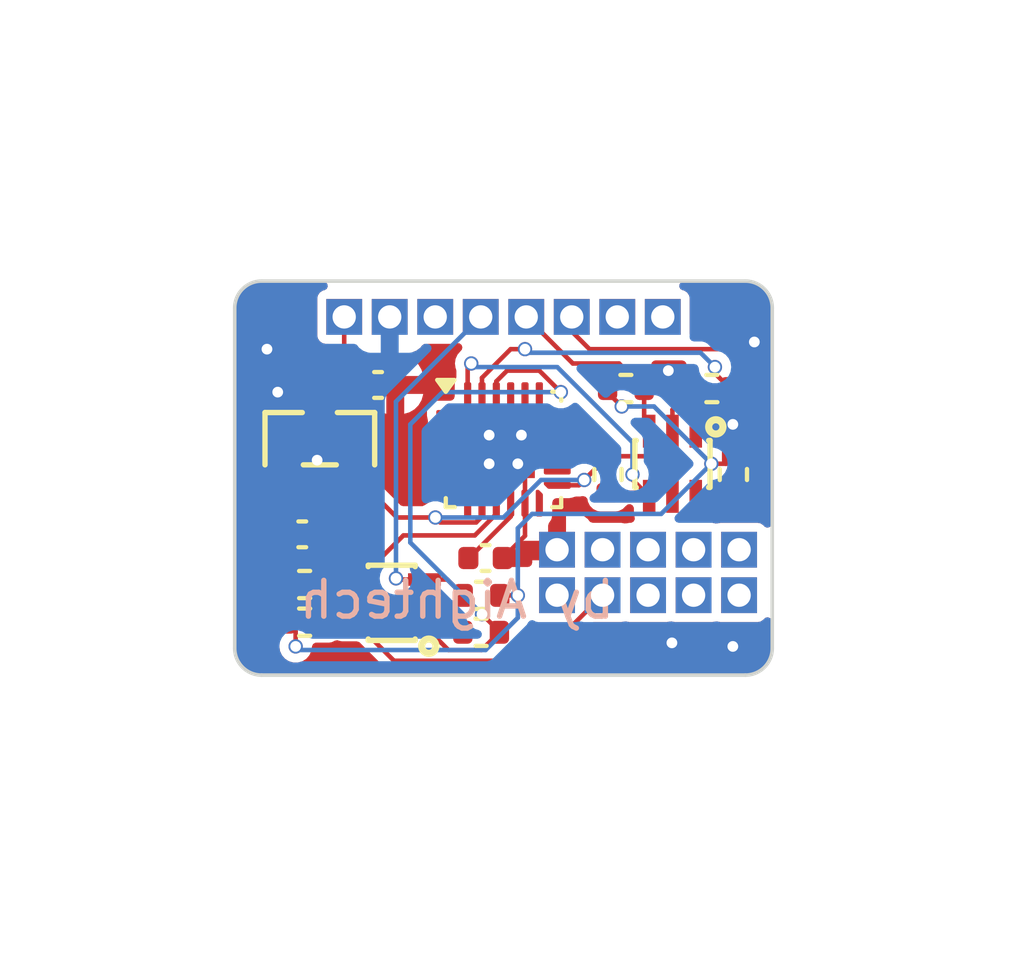
<source format=kicad_pcb>
(kicad_pcb (version 20240108) (generator "pcbnew") (generator_version "8.0")
  (title_block (title "EMG ADS1293") (date "2024-03-30") (rev "1.0") (company "Aightech"))
  (layers (0 "F.Cu" signal "Front") (1 "In1.Cu" signal) (2 "In2.Cu" signal) (31 "B.Cu" signal "Back") (34 "B.Paste" user) (35 "F.Paste" user) (36 "B.SilkS" user "B.Silkscreen") (37 "F.SilkS" user "F.Silkscreen") (38 "B.Mask" user) (39 "F.Mask" user) (44 "Edge.Cuts" user))
  (net 0 "")
  (net 1 "GND")
  (net 2 "+3.3V")
  (net 3 "/extRef")
  (net 5 "/MISO")
  (net 6 "/MOSI")
  (net 7 "/SCLK")
  (net 8 "/CSB")
  (net 9 "/1.8V")
  (net 10 "/SCK_1.8V")
  (net 11 "/MOSI_1.8V")
  (net 12 "/MISO_1.8V")
  (net 15 "Net-(U4-REGOUT)")
  (net 16 "/CS_1.8V")
  (net 29 "/IO1_out")
  (net 30 "/SWDIO{slash}MISO_ARM")
  (net 31 "/MOSI_ARM")
  (net 32 "/SCLK_ARM")
  (net 33 "/SPICS_ARM")
  (net 34 "/i2C_SCL")
  (net 35 "/I2C_SDA")
  (net 36 "/AIN0")
  (footprint "Resistor_SMD:R_0402_1005Metric" (layer "F.Cu") (at 29.375911 38.80451)
    (property "Reference" "R7" (hide yes))
    (property "Value" "4.7k" (hide yes))
    (fp_line (start -0.153641 -0.38) (end 0.153641 -0.38) (stroke (width 0.12)) (layer "F.SilkS"))
    (fp_line (start -0.153641 0.38) (end 0.153641 0.38) (stroke (width 0.12)) (layer "F.SilkS"))
    (pad "1" smd roundrect (at -0.509999 0) (size 0.54 0.64) (layers "F.Cu" "F.Paste" "F.Mask") (net 9 "/1.8V"))
    (pad "2" smd roundrect (at 0.509999 0) (size 0.54 0.64) (layers "F.Cu" "F.Paste" "F.Mask") (net 16 "/CS_1.8V"))
  )
  (footprint "Resistor_SMD:R_0402_1005Metric" (layer "F.Cu") (at 29.385911 37.77451 180)
    (property "Reference" "R5" (hide yes))
    (property "Value" "4.7k" (hide yes))
    (fp_line (start -0.153641 0.38) (end 0.153641 0.38) (stroke (width 0.12)) (layer "F.SilkS"))
    (fp_line (start -0.153641 -0.38) (end 0.153641 -0.38) (stroke (width 0.12)) (layer "F.SilkS"))
    (pad "1" smd roundrect (at -0.509999 0 180) (size 0.54 0.64) (layers "F.Cu" "F.Paste" "F.Mask") (net 2 "+3.3V"))
    (pad "2" smd roundrect (at 0.509999 0 180) (size 0.54 0.64) (layers "F.Cu" "F.Paste" "F.Mask") (net 5 "/MISO"))
  )
  (footprint "00_custom-footprints:PinHeader_1x01_P1.27mm_Vertical" (layer "F.Cu") (at 34.445 30)
    (property "Reference" "J8" (hide yes))
    (property "Value" "Conn_01x01_Pin" (hide yes))
    (pad "1" thru_hole rect (at 0 0) (size 1 1) (drill 0.65) (layers "*.Cu" "*.Mask") (net 3 "/extRef"))
  )
  (footprint "Resistor_SMD:R_0402_1005Metric" (layer "F.Cu") (at 33.415 32)
    (property "Reference" "R1" (hide yes))
    (property "Value" "4.7k" (hide yes))
    (fp_line (start -0.153641 -0.38) (end 0.153641 -0.38) (stroke (width 0.12)) (layer "F.SilkS"))
    (fp_line (start -0.153641 0.38) (end 0.153641 0.38) (stroke (width 0.12)) (layer "F.SilkS"))
    (pad "1" smd roundrect (at -0.509999 0) (size 0.54 0.64) (layers "F.Cu" "F.Paste" "F.Mask") (net 2 "+3.3V"))
    (pad "2" smd roundrect (at 0.509999 0) (size 0.54 0.64) (layers "F.Cu" "F.Paste" "F.Mask") (net 6 "/MOSI"))
  )
  (footprint "Resistor_SMD:R_0402_1005Metric" (layer "F.Cu") (at 35.815 32)
    (property "Reference" "R3" (hide yes))
    (property "Value" "4.7k" (hide yes))
    (fp_line (start -0.153641 -0.38) (end 0.153641 -0.38) (stroke (width 0.12)) (layer "F.SilkS"))
    (fp_line (start -0.153641 0.38) (end 0.153641 0.38) (stroke (width 0.12)) (layer "F.SilkS"))
    (pad "1" smd roundrect (at -0.509999 0) (size 0.54 0.64) (layers "F.Cu" "F.Paste" "F.Mask") (net 9 "/1.8V"))
    (pad "2" smd roundrect (at 0.509999 0) (size 0.54 0.64) (layers "F.Cu" "F.Paste" "F.Mask") (net 10 "/SCK_1.8V"))
  )
  (footprint "Resistor_SMD:R_0402_1005Metric" (layer "F.Cu") (at 24.450784 38.522502)
    (property "Reference" "R8" (hide yes))
    (property "Value" "4.7k" (hide yes))
    (fp_line (start -0.153641 -0.38) (end 0.153641 -0.38) (stroke (width 0.12)) (layer "F.SilkS"))
    (fp_line (start -0.153641 0.38) (end 0.153641 0.38) (stroke (width 0.12)) (layer "F.SilkS"))
    (pad "1" smd roundrect (at -0.509999 0) (size 0.54 0.64) (layers "F.Cu" "F.Paste" "F.Mask") (net 2 "+3.3V"))
    (pad "2" smd roundrect (at 0.509999 0) (size 0.54 0.64) (layers "F.Cu" "F.Paste" "F.Mask") (net 8 "/CSB"))
  )
  (footprint "00_custom-footprints:PinHeader_1x01_P1.27mm_Vertical" (layer "F.Cu") (at 30.635 30)
    (property "Reference" "J5" (hide yes))
    (property "Value" "Conn_01x01_Pin" (hide yes))
    (pad "1" thru_hole rect (at 0 0) (size 1 1) (drill 0.65) (layers "*.Cu" "*.Mask") (net 6 "/MOSI"))
  )
  (footprint "00_custom-footprints:PinHeader_1x01_P1.27mm_Vertical" (layer "F.Cu") (at 31.495 37.77)
    (property "Reference" "J16" (hide yes))
    (property "Value" "Conn_01x01_Pin" (hide yes))
    (pad "1" thru_hole rect (at 0 0) (size 1 1) (drill 0.65) (layers "*.Cu" "*.Mask") (net 36 "/AIN0"))
  )
  (footprint "00_custom-footprints:PinHeader_1x01_P1.27mm_Vertical" (layer "F.Cu") (at 25.555 30)
    (property "Reference" "J1" (hide yes))
    (property "Value" "Conn_01x01_Pin" (hide yes))
    (pad "1" thru_hole rect (at 0 0) (size 1 1) (drill 0.65) (layers "*.Cu" "*.Mask") (net 2 "+3.3V"))
  )
  (footprint "00_custom-footprints:PinHeader_1x01_P1.27mm_Vertical" (layer "F.Cu") (at 31.495 36.5)
    (property "Reference" "J18" (hide yes))
    (property "Value" "Conn_01x01_Pin" (hide yes))
    (pad "1" thru_hole rect (at 0 0) (size 1 1) (drill 0.65) (layers "*.Cu" "*.Mask") (net 1 "GND"))
  )
  (footprint "00_custom-footprints:PinHeader_1x01_P1.27mm_Vertical" (layer "F.Cu") (at 36.575 36.5 180)
    (property "Reference" "J9" (hide yes))
    (property "Value" "Conn_01x01_Pin" (hide yes))
    (pad "1" thru_hole rect (at 0 0 180) (size 1 1) (drill 0.65) (layers "*.Cu" "*.Mask") (net 29 "/IO1_out"))
  )
  (footprint "00_custom-footprints:PinHeader_1x01_P1.27mm_Vertical" (layer "F.Cu") (at 26.825 30)
    (property "Reference" "J2" (hide yes))
    (property "Value" "Conn_01x01_Pin" (hide yes))
    (pad "1" thru_hole rect (at 0 0) (size 1 1) (drill 0.65) (layers "*.Cu" "*.Mask") (net 1 "GND"))
  )
  (footprint "00_custom-footprints:PinHeader_1x01_P1.27mm_Vertical" (layer "F.Cu") (at 33.175 30 180)
    (property "Reference" "J7" (hide yes))
    (property "Value" "Conn_01x01_Pin" (hide yes))
    (pad "1" thru_hole rect (at 0 0 180) (size 1 1) (drill 0.65) (layers "*.Cu" "*.Mask"))
  )
  (footprint "Capacitor_SMD:C_0402_1005Metric" (layer "F.Cu") (at 26.5 31.9)
    (property "Reference" "C1" (hide yes))
    (property "Value" "1uF" (hide yes))
    (fp_line (start -0.107836 -0.36) (end 0.107836 -0.36) (stroke (width 0.12)) (layer "F.SilkS"))
    (fp_line (start -0.107836 0.36) (end 0.107836 0.36) (stroke (width 0.12)) (layer "F.SilkS"))
    (pad "1" smd roundrect (at -0.48 0) (size 0.56 0.62) (layers "F.Cu" "F.Paste" "F.Mask") (net 2 "+3.3V"))
    (pad "2" smd roundrect (at 0.48 0) (size 0.56 0.62) (layers "F.Cu" "F.Paste" "F.Mask") (net 1 "GND"))
  )
  (footprint "00_lcsc:SOT-363_L2.1-W1.3-P0.65-LS2.3-BL" (layer "F.Cu") (at 26.885784 37.982501 90)
    (property "Reference" "U5" (hide yes))
    (property "Value" "BSS138BKS" (hide yes))
    (fp_line (start 1.050001 -0.66) (end 1.01 -0.66) (stroke (width 0.15)) (layer "F.SilkS"))
    (fp_line (start -1.01 -0.66) (end -1.040001 -0.66) (stroke (width 0.15)) (layer "F.SilkS"))
    (fp_line (start -1.050001 -0.66) (end -1.050001 0.65) (stroke (width 0.15)) (layer "F.SilkS"))
    (fp_line (start 1.050001 0.65) (end 1.050001 -0.66) (stroke (width 0.15)) (layer "F.SilkS"))
    (fp_line (start 1.01 0.65) (end 1.050001 0.65) (stroke (width 0.15)) (layer "F.SilkS"))
    (fp_line (start -1.050001 0.65) (end -1.01 0.65) (stroke (width 0.15)) (layer "F.SilkS"))
    (fp_circle (center -1.21 1.03) (end -1.110001 1.03) (stroke (width 0.2)) (fill none) (layer "F.SilkS"))
    (pad "1" smd rect (at -0.65 0.91 90) (size 0.35 0.92) (layers "F.Cu" "F.Paste" "F.Mask") (net 16 "/CS_1.8V"))
    (pad "2" smd rect (at 0 0.91 90) (size 0.35 0.92) (layers "F.Cu" "F.Paste" "F.Mask") (net 9 "/1.8V"))
    (pad "3" smd rect (at 0.65 0.91 90) (size 0.35 0.92) (layers "F.Cu" "F.Paste" "F.Mask") (net 5 "/MISO"))
    (pad "4" smd rect (at 0.65 -0.91 90) (size 0.35 0.92) (layers "F.Cu" "F.Paste" "F.Mask") (net 12 "/MISO_1.8V"))
    (pad "5" smd rect (at 0 -0.91 90) (size 0.35 0.92) (layers "F.Cu" "F.Paste" "F.Mask") (net 9 "/1.8V"))
    (pad "6" smd rect (at -0.65 -0.91 90) (size 0.35 0.92) (layers "F.Cu" "F.Paste" "F.Mask") (net 8 "/CSB"))
  )
  (footprint "00_custom-footprints:PinHeader_1x01_P1.27mm_Vertical" (layer "F.Cu") (at 28.095 30)
    (property "Reference" "J3" (hide yes))
    (property "Value" "Conn_01x01_Pin" (hide yes))
    (pad "1" thru_hole rect (at 0 0) (size 1 1) (drill 0.65) (layers "*.Cu" "*.Mask"))
  )
  (footprint "00_custom-footprints:PinHeader_1x01_P1.27mm_Vertical" (layer "F.Cu") (at 36.575 37.77)
    (property "Reference" "J15" (hide yes))
    (property "Value" "Conn_01x01_Pin" (hide yes))
    (pad "1" thru_hole rect (at 0 0) (size 1 1) (drill 0.65) (layers "*.Cu" "*.Mask") (net 35 "/I2C_SDA"))
  )
  (footprint "00_lcsc:SOT-23-3_L2.9-W1.3-P1.90-LS2.4-BR" (layer "F.Cu") (at 24.875 33.4 -90)
    (property "Reference" "U1" (hide yes))
    (property "Value" "MCP1700T-1802E/TT" (hide yes))
    (fp_line (start -0.73 1.529999) (end -0.73 0.49) (stroke (width 0.15)) (layer "F.SilkS"))
    (fp_line (start 0.73 1.529999) (end -0.73 1.529999) (stroke (width 0.15)) (layer "F.SilkS"))
    (fp_line (start 0.73 -0.46) (end 0.73 0.46) (stroke (width 0.15)) (layer "F.SilkS"))
    (fp_line (start -0.73 -1.529999) (end -0.73 -0.49) (stroke (width 0.15)) (layer "F.SilkS"))
    (fp_line (start 0.73 -1.529999) (end -0.73 -1.529999) (stroke (width 0.15)) (layer "F.SilkS"))
    (pad "1" smd rect (at 1 0.95 270) (size 1.25 0.7) (layers "F.Cu" "F.Paste" "F.Mask") (net 1 "GND"))
    (pad "2" smd rect (at 1 -0.95 270) (size 1.25 0.7) (layers "F.Cu" "F.Paste" "F.Mask") (net 9 "/1.8V"))
    (pad "3" smd rect (at -1 0 270) (size 1.25 0.7) (layers "F.Cu" "F.Paste" "F.Mask") (net 2 "+3.3V"))
  )
  (footprint "Capacitor_SMD:C_0402_1005Metric" (layer "F.Cu") (at 29.5 36.73201)
    (property "Reference" "C5" (hide yes))
    (property "Value" "100nF" (hide yes))
    (fp_line (start -0.107836 -0.36) (end 0.107836 -0.36) (stroke (width 0.12)) (layer "F.SilkS"))
    (fp_line (start -0.107836 0.36) (end 0.107836 0.36) (stroke (width 0.12)) (layer "F.SilkS"))
    (pad "1" smd roundrect (at -0.48 0) (size 0.56 0.62) (layers "F.Cu" "F.Paste" "F.Mask") (net 15 "Net-(U4-REGOUT)"))
    (pad "2" smd roundrect (at 0.48 0) (size 0.56 0.62) (layers "F.Cu" "F.Paste" "F.Mask") (net 1 "GND"))
  )
  (footprint "00_custom-footprints:PinHeader_1x01_P1.27mm_Vertical" (layer "F.Cu") (at 35.305 36.5 180)
    (property "Reference" "J10" (hide yes))
    (property "Value" "Conn_01x01_Pin" (hide yes))
    (pad "1" thru_hole rect (at 0 0 180) (size 1 1) (drill 0.65) (layers "*.Cu" "*.Mask") (net 30 "/SWDIO{slash}MISO_ARM"))
  )
  (footprint "Capacitor_SMD:C_0402_1005Metric" (layer "F.Cu") (at 24.385 36.07 180)
    (property "Reference" "C2" (hide yes))
    (property "Value" "1uF" (hide yes))
    (fp_line (start -0.107836 0.36) (end 0.107836 0.36) (stroke (width 0.12)) (layer "F.SilkS"))
    (fp_line (start -0.107836 -0.36) (end 0.107836 -0.36) (stroke (width 0.12)) (layer "F.SilkS"))
    (pad "1" smd roundrect (at -0.48 0 180) (size 0.56 0.62) (layers "F.Cu" "F.Paste" "F.Mask") (net 9 "/1.8V"))
    (pad "2" smd roundrect (at 0.48 0 180) (size 0.56 0.62) (layers "F.Cu" "F.Paste" "F.Mask") (net 1 "GND"))
  )
  (footprint "00_custom-footprints:PinHeader_1x01_P1.27mm_Vertical" (layer "F.Cu") (at 35.305 37.77)
    (property "Reference" "J14" (hide yes))
    (property "Value" "Conn_01x01_Pin" (hide yes))
    (pad "1" thru_hole rect (at 0 0) (size 1 1) (drill 0.65) (layers "*.Cu" "*.Mask") (net 34 "/i2C_SCL"))
  )
  (footprint "Package_DFN_QFN:QFN-24-1EP_3x3mm_P0.4mm_EP1.75x1.6mm" (layer "F.Cu") (at 30 33.7)
    (property "Reference" "U4" (hide yes))
    (property "Value" "ICM-20948" (hide yes))
    (fp_line (start -1.61 1.61) (end -1.61 1.36) (stroke (width 0.12)) (layer "F.SilkS"))
    (fp_line (start -1.36 1.61) (end -1.61 1.61) (stroke (width 0.12)) (layer "F.SilkS"))
    (fp_line (start 1.36 -1.61) (end 1.61 -1.61) (stroke (width 0.12)) (layer "F.SilkS"))
    (fp_line (start 1.36 1.61) (end 1.61 1.61) (stroke (width 0.12)) (layer "F.SilkS"))
    (fp_line (start 1.61 -1.61) (end 1.61 -1.36) (stroke (width 0.12)) (layer "F.SilkS"))
    (fp_line (start 1.61 1.61) (end 1.61 1.36) (stroke (width 0.12)) (layer "F.SilkS"))
    (fp_poly (pts (xy -1.61 -1.61) (xy -1.85 -1.94) (xy -1.37 -1.94) (xy -1.61 -1.61)) (stroke (width 0.12)) (fill solid) (layer "F.SilkS"))
    (pad "1" smd custom (at -1.5 -1) (size 0.115147 0.115147) (layers "F.Cu" "F.Paste" "F.Mask") (options (clearance outline) (anchor circle)) (primitives (gr_poly (pts (xy -0.335 -0.06) (xy 0.238431 -0.06) (xy 0.335 0.036569) (xy 0.335 0.06) (xy -0.335 0.06)) (width 0.08) (fill yes))))
    (pad "2" smd roundrect (at -1.5 -0.6) (size 0.75 0.2) (layers "F.Cu" "F.Paste" "F.Mask"))
    (pad "3" smd roundrect (at -1.5 -0.2) (size 0.75 0.2) (layers "F.Cu" "F.Paste" "F.Mask"))
    (pad "4" smd roundrect (at -1.5 0.2) (size 0.75 0.2) (layers "F.Cu" "F.Paste" "F.Mask"))
    (pad "5" smd roundrect (at -1.5 0.6) (size 0.75 0.2) (layers "F.Cu" "F.Paste" "F.Mask"))
    (pad "6" smd custom (at -1.5 1) (size 0.115147 0.115147) (layers "F.Cu" "F.Paste" "F.Mask") (options (clearance outline) (anchor circle)) (primitives (gr_poly (pts (xy -0.335 -0.06) (xy 0.335 -0.06) (xy 0.335 -0.036569) (xy 0.238431 0.06) (xy -0.335 0.06)) (width 0.08) (fill yes))))
    (pad "7" smd custom (at -1 1.5) (size 0.115147 0.115147) (layers "F.Cu" "F.Paste" "F.Mask") (options (clearance outline) (anchor circle)) (primitives (gr_poly (pts (xy -0.06 -0.238431) (xy 0.036569 -0.335) (xy 0.06 -0.335) (xy 0.06 0.335) (xy -0.06 0.335)) (width 0.08) (fill yes))))
    (pad "8" smd roundrect (at -0.6 1.5) (size 0.2 0.75) (layers "F.Cu" "F.Paste" "F.Mask") (net 9 "/1.8V"))
    (pad "9" smd roundrect (at -0.2 1.5) (size 0.2 0.75) (layers "F.Cu" "F.Paste" "F.Mask") (net 12 "/MISO_1.8V"))
    (pad "10" smd roundrect (at 0.2 1.5) (size 0.2 0.75) (layers "F.Cu" "F.Paste" "F.Mask") (net 15 "Net-(U4-REGOUT)"))
    (pad "11" smd roundrect (at 0.6 1.5) (size 0.2 0.75) (layers "F.Cu" "F.Paste" "F.Mask") (net 1 "GND"))
    (pad "12" smd custom (at 1 1.5) (size 0.115147 0.115147) (layers "F.Cu" "F.Paste" "F.Mask") (options (clearance outline) (anchor circle)) (primitives (gr_poly (pts (xy -0.06 -0.335) (xy -0.036569 -0.335) (xy 0.06 -0.238431) (xy 0.06 0.335) (xy -0.06 0.335)) (width 0.08) (fill yes))))
    (pad "13" smd custom (at 1.5 1) (size 0.115147 0.115147) (layers "F.Cu" "F.Paste" "F.Mask") (net 9 "/1.8V") (options (clearance outline) (anchor circle)) (primitives (gr_poly (pts (xy -0.335 -0.06) (xy 0.335 -0.06) (xy 0.335 0.06) (xy -0.238431 0.06) (xy -0.335 -0.036569)) (width 0.08) (fill yes))))
    (pad "14" smd roundrect (at 1.5 0.6) (size 0.75 0.2) (layers "F.Cu" "F.Paste" "F.Mask"))
    (pad "15" smd roundrect (at 1.5 0.2) (size 0.75 0.2) (layers "F.Cu" "F.Paste" "F.Mask"))
    (pad "16" smd roundrect (at 1.5 -0.2) (size 0.75 0.2) (layers "F.Cu" "F.Paste" "F.Mask"))
    (pad "17" smd roundrect (at 1.5 -0.6) (size 0.75 0.2) (layers "F.Cu" "F.Paste" "F.Mask"))
    (pad "18" smd custom (at 1.5 -1) (size 0.115147 0.115147) (layers "F.Cu" "F.Paste" "F.Mask") (net 1 "GND") (options (clearance outline) (anchor circle)) (primitives (gr_poly (pts (xy -0.335 0.036569) (xy -0.238431 -0.06) (xy 0.335 -0.06) (xy 0.335 0.06) (xy -0.335 0.06)) (width 0.08) (fill yes))))
    (pad "19" smd custom (at 1 -1.5) (size 0.115147 0.115147) (layers "F.Cu" "F.Paste" "F.Mask") (options (clearance outline) (anchor circle)) (primitives (gr_poly (pts (xy -0.06 -0.335) (xy 0.06 -0.335) (xy 0.06 0.238431) (xy -0.036569 0.335) (xy -0.06 0.335)) (width 0.08) (fill yes))))
    (pad "20" smd roundrect (at 0.6 -1.5) (size 0.2 0.75) (layers "F.Cu" "F.Paste" "F.Mask") (net 1 "GND"))
    (pad "21" smd roundrect (at 0.2 -1.5) (size 0.2 0.75) (layers "F.Cu" "F.Paste" "F.Mask"))
    (pad "22" smd roundrect (at -0.2 -1.5) (size 0.2 0.75) (layers "F.Cu" "F.Paste" "F.Mask") (net 16 "/CS_1.8V"))
    (pad "23" smd roundrect (at -0.6 -1.5) (size 0.2 0.75) (layers "F.Cu" "F.Paste" "F.Mask") (net 10 "/SCK_1.8V"))
    (pad "24" smd custom (at -1 -1.5) (size 0.115147 0.115147) (layers "F.Cu" "F.Paste" "F.Mask") (net 11 "/MOSI_1.8V") (options (clearance outline) (anchor circle)) (primitives (gr_poly (pts (xy -0.06 -0.335) (xy 0.06 -0.335) (xy 0.06 0.335) (xy 0.036569 0.335) (xy -0.06 0.238431)) (width 0.08) (fill yes))))
    (pad "25" smd rect (at 0 0) (size 1.75 1.6) (property pad_prop_heatsink) (layers "F.Cu" "F.Mask") (net 1 "GND"))
  )
  (footprint "Resistor_SMD:R_0402_1005Metric" (layer "F.Cu") (at 36.415 34.4 -90)
    (property "Reference" "R4" (hide yes))
    (property "Value" "4.7k" (hide yes))
    (fp_line (start -0.153641 0.38) (end 0.153641 0.38) (stroke (width 0.12)) (layer "F.SilkS"))
    (fp_line (start -0.153641 -0.38) (end 0.153641 -0.38) (stroke (width 0.12)) (layer "F.SilkS"))
    (pad "1" smd roundrect (at -0.509999 0 270) (size 0.54 0.64) (layers "F.Cu" "F.Paste" "F.Mask") (net 2 "+3.3V"))
    (pad "2" smd roundrect (at 0.509999 0 270) (size 0.54 0.64) (layers "F.Cu" "F.Paste" "F.Mask") (net 7 "/SCLK"))
  )
  (footprint "Resistor_SMD:R_0402_1005Metric" (layer "F.Cu") (at 24.450784 37.472502)
    (property "Reference" "R6" (hide yes))
    (property "Value" "4.7k" (hide yes))
    (fp_line (start -0.153641 -0.38) (end 0.153641 -0.38) (stroke (width 0.12)) (layer "F.SilkS"))
    (fp_line (start -0.153641 0.38) (end 0.153641 0.38) (stroke (width 0.12)) (layer "F.SilkS"))
    (pad "1" smd roundrect (at -0.509999 0) (size 0.54 0.64) (layers "F.Cu" "F.Paste" "F.Mask") (net 12 "/MISO_1.8V"))
    (pad "2" smd roundrect (at 0.509999 0) (size 0.54 0.64) (layers "F.Cu" "F.Paste" "F.Mask") (net 9 "/1.8V"))
  )
  (footprint "00_custom-footprints:PinHeader_1x01_P1.27mm_Vertical" (layer "F.Cu") (at 32.765 36.5)
    (property "Reference" "J12" (hide yes))
    (property "Value" "Conn_01x01_Pin" (hide yes))
    (pad "1" thru_hole rect (at 0 0) (size 1 1) (drill 0.65) (layers "*.Cu" "*.Mask") (net 32 "/SCLK_ARM"))
  )
  (footprint "00_custom-footprints:PinHeader_1x01_P1.27mm_Vertical" (layer "F.Cu") (at 29.365 30)
    (property "Reference" "J4" (hide yes))
    (property "Value" "Conn_01x01_Pin" (hide yes))
    (pad "1" thru_hole rect (at 0 0) (size 1 1) (drill 0.65) (layers "*.Cu" "*.Mask") (net 5 "/MISO"))
  )
  (footprint "00_custom-footprints:PinHeader_1x01_P1.27mm_Vertical" (layer "F.Cu") (at 32.765 37.77)
    (property "Reference" "J17" (hide yes))
    (property "Value" "Conn_01x01_Pin" (hide yes))
    (pad "1" thru_hole rect (at 0 0) (size 1 1) (drill 0.65) (layers "*.Cu" "*.Mask") (net 8 "/CSB"))
  )
  (footprint "00_custom-footprints:PinHeader_1x01_P1.27mm_Vertical" (layer "F.Cu") (at 31.905 30)
    (property "Reference" "J6" (hide yes))
    (property "Value" "Conn_01x01_Pin" (hide yes))
    (pad "1" thru_hole rect (at 0 0) (size 1 1) (drill 0.65) (layers "*.Cu" "*.Mask") (net 7 "/SCLK"))
  )
  (footprint "Resistor_SMD:R_0402_1005Metric" (layer "F.Cu") (at 32.915 34.4 90)
    (property "Reference" "R2" (hide yes))
    (property "Value" "4.7k" (hide yes))
    (fp_line (start -0.153641 -0.38) (end 0.153641 -0.38) (stroke (width 0.12)) (layer "F.SilkS"))
    (fp_line (start -0.153641 0.38) (end 0.153641 0.38) (stroke (width 0.12)) (layer "F.SilkS"))
    (pad "1" smd roundrect (at -0.509999 0 90) (size 0.54 0.64) (layers "F.Cu" "F.Paste" "F.Mask") (net 11 "/MOSI_1.8V"))
    (pad "2" smd roundrect (at 0.509999 0 90) (size 0.54 0.64) (layers "F.Cu" "F.Paste" "F.Mask") (net 9 "/1.8V"))
  )
  (footprint "00_lcsc:SOT-363_L2.1-W1.3-P0.65-LS2.3-BL" (layer "F.Cu") (at 34.715 34.1 180)
    (property "Reference" "U3" (hide yes))
    (property "Value" "BSS138BKS" (hide yes))
    (fp_line (start 1.050001 0.65) (end 1.050001 -0.66) (stroke (width 0.15)) (layer "F.SilkS"))
    (fp_line (start 1.050001 -0.66) (end 1.01 -0.66) (stroke (width 0.15)) (layer "F.SilkS"))
    (fp_line (start 1.01 0.65) (end 1.050001 0.65) (stroke (width 0.15)) (layer "F.SilkS"))
    (fp_line (start -1.01 -0.66) (end -1.040001 -0.66) (stroke (width 0.15)) (layer "F.SilkS"))
    (fp_line (start -1.050001 0.65) (end -1.01 0.65) (stroke (width 0.15)) (layer "F.SilkS"))
    (fp_line (start -1.050001 -0.66) (end -1.050001 0.65) (stroke (width 0.15)) (layer "F.SilkS"))
    (fp_circle (center -1.21 1.03) (end -1.110001 1.03) (stroke (width 0.2)) (fill none) (layer "F.SilkS"))
    (pad "1" smd rect (at -0.65 0.91 180) (size 0.35 0.92) (layers "F.Cu" "F.Paste" "F.Mask") (net 10 "/SCK_1.8V"))
    (pad "2" smd rect (at 0 0.91 180) (size 0.35 0.92) (layers "F.Cu" "F.Paste" "F.Mask") (net 9 "/1.8V"))
    (pad "3" smd rect (at 0.65 0.91 180) (size 0.35 0.92) (layers "F.Cu" "F.Paste" "F.Mask") (net 6 "/MOSI"))
    (pad "4" smd rect (at 0.65 -0.91 180) (size 0.35 0.92) (layers "F.Cu" "F.Paste" "F.Mask") (net 11 "/MOSI_1.8V"))
    (pad "5" smd rect (at 0 -0.91 180) (size 0.35 0.92) (layers "F.Cu" "F.Paste" "F.Mask") (net 9 "/1.8V"))
    (pad "6" smd rect (at -0.65 -0.91 180) (size 0.35 0.92) (layers "F.Cu" "F.Paste" "F.Mask") (net 7 "/SCLK"))
  )
  (footprint "00_custom-footprints:PinHeader_1x01_P1.27mm_Vertical" (layer "F.Cu") (at 34.035 36.5 180)
    (property "Reference" "J11" (hide yes))
    (property "Value" "Conn_01x01_Pin" (hide yes))
    (pad "1" thru_hole rect (at 0 0 180) (size 1 1) (drill 0.65) (layers "*.Cu" "*.Mask") (net 31 "/MOSI_ARM"))
  )
  (footprint "00_custom-footprints:PinHeader_1x01_P1.27mm_Vertical" (layer "F.Cu") (at 34.035 37.77)
    (property "Reference" "J13" (hide yes))
    (property "Value" "Conn_01x01_Pin" (hide yes))
    (pad "1" thru_hole rect (at 0 0) (size 1 1) (drill 0.65) (layers "*.Cu" "*.Mask") (net 33 "/SPICS_ARM"))
  )
  (gr_arc (start 36.75 29) (mid 37.28033 29.21967) (end 37.5 29.75) (stroke (width 0.1)) (layer "Edge.Cuts"))
  (gr_arc (start 22.5 29.750001) (mid 22.71967 29.21967) (end 23.25 29.000001) (stroke (width 0.1)) (layer "Edge.Cuts"))
  (gr_line (start 37.5 39.249999) (end 37.5 29.75) (stroke (width 0.1)) (layer "Edge.Cuts"))
  (gr_line (start 36.75 29) (end 23.25 29.000001) (stroke (width 0.1)) (layer "Edge.Cuts"))
  (gr_arc (start 23.25 40) (mid 22.71967 39.78033) (end 22.5 39.25) (stroke (width 0.1)) (layer "Edge.Cuts"))
  (gr_arc (start 37.5 39.249999) (mid 37.28033 39.78033) (end 36.75 39.999999) (stroke (width 0.1)) (layer "Edge.Cuts"))
  (gr_line (start 23.25 40) (end 36.75 39.999999) (stroke (width 0.1)) (layer "Edge.Cuts"))
  (gr_line (start 22.5 39.25) (end 22.5 29.750001) (stroke (width 0.1)) (layer "Edge.Cuts"))
  (gr_text "by Aightech" (at 28.7 37.9 0) (layer "B.SilkS") (effects (font (size 1 1)) (justify mirror)))
  (segment (start 31.26299 36.73201) (end 31.495 36.5) (width 0.127) (layer "F.Cu") (net 1))
  (segment (start 30.530857 33.3) (end 30.5 33.3) (width 0.127) (layer "F.Cu") (net 1))
  (segment (start 30.5 33.330857) (end 30.130857 33.7) (width 0.127) (layer "F.Cu") (net 1))
  (segment (start 26.98 30.155) (end 26.825 30) (width 0.127) (layer "F.Cu") (net 1))
  (segment (start 30.6 35.2) (end 30.6 34.3) (width 0.127) (layer "F.Cu") (net 1))
  (segment (start 30.6 32.2) (end 30.6 33.1) (width 0.127) (layer "F.Cu") (net 1))
  (segment (start 24.8 34.002) (end 24.8 34) (width 0.127) (layer "F.Cu") (net 1))
  (segment (start 23.905 36.07) (end 23.905 34.42) (width 0.127) (layer "F.Cu") (net 1))
  (segment (start 23.905 34.42) (end 23.925 34.4) (width 0.127) (layer "F.Cu") (net 1))
  (segment (start 26.902 31.9) (end 26.98 31.9) (width 0.127) (layer "F.Cu") (net 1))
  (segment (start 24.802 34) (end 26.902 31.9) (width 0.127) (layer "F.Cu") (net 1))
  (segment (start 30.5 33.3) (end 30.5 33.330857) (width 0.127) (layer "F.Cu") (net 1))
  (segment (start 30.6 34.3) (end 30.4 34.1) (width 0.127) (layer "F.Cu") (net 1))
  (segment (start 23.925 34.4) (end 24.402 34.4) (width 0.127) (layer "F.Cu") (net 1))
  (segment (start 30.4 34.1) (end 30 33.7) (width 0.127) (layer "F.Cu") (net 1))
  (segment (start 31.5 32.7) (end 31.130857 32.7) (width 0.127) (layer "F.Cu") (net 1))
  (segment (start 30.130857 33.7) (end 30 33.7) (width 0.127) (layer "F.Cu") (net 1))
  (segment (start 26.98 31.9) (end 26.98 30.155) (width 0.127) (layer "F.Cu") (net 1))
  (segment (start 30.6 33.1) (end 30 33.7) (width 0.127) (layer "F.Cu") (net 1))
  (segment (start 29.98 36.73201) (end 31.26299 36.73201) (width 0.127) (layer "F.Cu") (net 1))
  (segment (start 31.130857 32.7) (end 30.530857 33.3) (width 0.127) (layer "F.Cu") (net 1))
  (segment (start 29.98 36.73201) (end 30.6 36.11201) (width 0.127) (layer "F.Cu") (net 1))
  (segment (start 24.8 34) (end 24.802 34) (width 0.127) (layer "F.Cu") (net 1))
  (segment (start 24.402 34.4) (end 24.8 34.002) (width 0.127) (layer "F.Cu") (net 1))
  (segment (start 30.6 36.11201) (end 30.6 35.2) (width 0.127) (layer "F.Cu") (net 1))
  (via (at 34.7 39.1) (size 0.4) (drill 0.3) (layers "F.Cu" "B.Cu") (net 1))
  (via (at 36.4 33) (size 0.4) (drill 0.3) (layers "F.Cu" "B.Cu") (net 1))
  (via (at 29.6 33.3) (size 0.4) (drill 0.3) (layers "F.Cu" "B.Cu") (net 1))
  (via (at 23.4 30.9) (size 0.4) (drill 0.3) (layers "F.Cu" "B.Cu") (net 1))
  (via (at 30.5 33.3) (size 0.4) (drill 0.3) (layers "F.Cu" "B.Cu") (net 1))
  (via (at 24.8 34) (size 0.4) (drill 0.3) (layers "F.Cu" "B.Cu") (net 1))
  (via (at 37 30.7) (size 0.4) (drill 0.3) (layers "F.Cu" "B.Cu") (net 1))
  (via (at 36.4 39.2) (size 0.4) (drill 0.3) (layers "F.Cu" "B.Cu") (net 1))
  (via (at 23.7 32.1) (size 0.4) (drill 0.3) (layers "F.Cu" "B.Cu") (net 1))
  (via (at 34.6 31.5) (size 0.4) (drill 0.3) (layers "F.Cu" "B.Cu") (net 1))
  (via (at 29.6 34.1) (size 0.4) (drill 0.3) (layers "F.Cu" "B.Cu") (net 1))
  (via (at 30.4 34.1) (size 0.4) (drill 0.3) (layers "F.Cu" "B.Cu") (net 1))
  (segment (start 25.52 32.4) (end 26.02 31.9) (width 0.127) (layer "F.Cu") (net 2))
  (segment (start 23.940785 38.522502) (end 23.283 37.864717) (width 0.127) (layer "F.Cu") (net 2))
  (segment (start 36.205001 34.1) (end 36.415 33.890001) (width 0.127) (layer "F.Cu") (net 2))
  (segment (start 24.2 39.2) (end 24.2 38.781717) (width 0.127) (layer "F.Cu") (net 2))
  (segment (start 32.905001 32) (end 32.905001 32.105001) (width 0.127) (layer "F.Cu") (net 2))
  (segment (start 30.4 37.77451) (end 29.89591 37.77451) (width 0.127) (layer "F.Cu") (net 2))
  (segment (start 23.283 37.864717) (end 23.283 33.76) (width 0.127) (layer "F.Cu") (net 2))
  (segment (start 32.905001 32.105001) (end 33.3 32.5) (width 0.127) (layer "F.Cu") (net 2))
  (segment (start 25.555 30) (end 25.555 31.435) (width 0.127) (layer "F.Cu") (net 2))
  (segment (start 35.8 34.1) (end 36.205001 34.1) (width 0.127) (layer "F.Cu") (net 2))
  (segment (start 24.875 32.4) (end 25.52 32.4) (width 0.127) (layer "F.Cu") (net 2))
  (segment (start 24.2 38.781717) (end 23.940785 38.522502) (width 0.127) (layer "F.Cu") (net 2))
  (segment (start 25.555 31.435) (end 26.02 31.9) (width 0.127) (layer "F.Cu") (net 2))
  (segment (start 24.643 32.4) (end 24.875 32.4) (width 0.127) (layer "F.Cu") (net 2))
  (segment (start 23.283 33.76) (end 24.643 32.4) (width 0.127) (layer "F.Cu") (net 2))
  (via (at 35.8 34.1) (size 0.4) (drill 0.3) (layers "F.Cu" "B.Cu") (net 2))
  (via (at 24.2 39.2) (size 0.4) (drill 0.3) (layers "F.Cu" "B.Cu") (net 2))
  (via (at 33.3 32.5) (size 0.4) (drill 0.3) (layers "F.Cu" "B.Cu") (net 2))
  (via (at 30.4 37.77451) (size 0.4) (drill 0.3) (layers "F.Cu" "B.Cu") (net 2))
  (segment (start 30.4 35.9) (end 30.8 35.5) (width 0.127) (layer "B.Cu") (net 2))
  (segment (start 24.3 39.3) (end 24.2 39.2) (width 0.127) (layer "B.Cu") (net 2))
  (segment (start 30.4 37.77451) (end 30.4 38.4) (width 0.127) (layer "B.Cu") (net 2))
  (segment (start 30.4 37.77451) (end 30.4 35.9) (width 0.127) (layer "B.Cu") (net 2))
  (segment (start 34.4 35.5) (end 35.8 34.1) (width 0.127) (layer "B.Cu") (net 2))
  (segment (start 30.8 35.5) (end 34.4 35.5) (width 0.127) (layer "B.Cu") (net 2))
  (segment (start 34.2 32.5) (end 35.8 34.1) (width 0.127) (layer "B.Cu") (net 2))
  (segment (start 33.3 32.5) (end 34.2 32.5) (width 0.127) (layer "B.Cu") (net 2))
  (segment (start 29.5 39.3) (end 24.3 39.3) (width 0.127) (layer "B.Cu") (net 2))
  (segment (start 30.4 38.4) (end 29.5 39.3) (width 0.127) (layer "B.Cu") (net 2))
  (segment (start 28.433903 37.332501) (end 28.875912 37.77451) (width 0.127) (layer "F.Cu") (net 5))
  (segment (start 27.032501 37.332501) (end 27 37.3) (width 0.127) (layer "F.Cu") (net 5))
  (segment (start 27.795784 37.332501) (end 27.032501 37.332501) (width 0.127) (layer "F.Cu") (net 5))
  (segment (start 27.795784 37.332501) (end 28.433903 37.332501) (width 0.127) (layer "F.Cu") (net 5))
  (via (at 27 37.3) (size 0.4) (drill 0.3) (layers "F.Cu" "B.Cu") (net 5))
  (segment (start 27 32.365) (end 27 37.3) (width 0.127) (layer "B.Cu") (net 5))
  (segment (start 29.365 30) (end 27 32.365) (width 0.127) (layer "B.Cu") (net 5))
  (segment (start 33.924999 32) (end 33.924999 33.049999) (width 0.127) (layer "F.Cu") (net 6))
  (segment (start 33.924999 32) (end 33.224999 31.3) (width 0.127) (layer "F.Cu") (net 6))
  (segment (start 33.224999 31.3) (end 31.935 31.3) (width 0.127) (layer "F.Cu") (net 6))
  (segment (start 33.924999 33.049999) (end 34.065 33.19) (width 0.127) (layer "F.Cu") (net 6))
  (segment (start 31.935 31.3) (end 30.635 30) (width 0.127) (layer "F.Cu") (net 6))
  (segment (start 35.465001 34.909999) (end 35.365 35.01) (width 0.127) (layer "F.Cu") (net 7))
  (segment (start 32.4 30.9) (end 36.3 30.9) (width 0.127) (layer "F.Cu") (net 7))
  (segment (start 31.905 30.405) (end 32.4 30.9) (width 0.127) (layer "F.Cu") (net 7))
  (segment (start 31.905 30) (end 31.905 30.405) (width 0.127) (layer "F.Cu") (net 7))
  (segment (start 36.415 34.909999) (end 35.465001 34.909999) (width 0.127) (layer "F.Cu") (net 7))
  (segment (start 36.9 34.424999) (end 36.415 34.909999) (width 0.127) (layer "F.Cu") (net 7))
  (segment (start 36.3 30.9) (end 36.9 31.5) (width 0.127) (layer "F.Cu") (net 7))
  (segment (start 36.9 31.5) (end 36.9 34.424999) (width 0.127) (layer "F.Cu") (net 7))
  (segment (start 26.943283 39.6) (end 30.935 39.6) (width 0.127) (layer "F.Cu") (net 8))
  (segment (start 25.865785 38.522502) (end 25.975784 38.632501) (width 0.127) (layer "F.Cu") (net 8))
  (segment (start 30.935 39.6) (end 32.765 37.77) (width 0.127) (layer "F.Cu") (net 8))
  (segment (start 24.960783 38.522502) (end 25.865785 38.522502) (width 0.127) (layer "F.Cu") (net 8))
  (segment (start 25.975784 38.632501) (end 26.943283 39.6) (width 0.127) (layer "F.Cu") (net 8))
  (segment (start 32.252501 34.552501) (end 32.252501 34.5525) (width 0.127) (layer "F.Cu") (net 9))
  (segment (start 28.1 35.6) (end 28.2385 35.7385) (width 0.127) (layer "F.Cu") (net 9))
  (segment (start 34.715 32.590001) (end 35.305001 32) (width 0.127) (layer "F.Cu") (net 9))
  (segment (start 24.487283 37.946002) (end 23.682543 37.946002) (width 0.127) (layer "F.Cu") (net 9))
  (segment (start 28.043903 37.982501) (end 27.795784 37.982501) (width 0.127) (layer "F.Cu") (net 9))
  (segment (start 24.865 35.36) (end 25.825 34.4) (width 0.127) (layer "F.Cu") (net 9))
  (segment (start 34.715 34) (end 34.605001 33.890001) (width 0.127) (layer "F.Cu") (net 9))
  (segment (start 25.975784 37.982501) (end 27.795784 37.982501) (width 0.127) (layer "F.Cu") (net 9))
  (segment (start 23.5 37.763459) (end 23.5 37.1335) (width 0.127) (layer "F.Cu") (net 9))
  (segment (start 24.1 36.5335) (end 24.4015 36.5335) (width 0.127) (layer "F.Cu") (net 9))
  (segment (start 29.4 35.575) (end 29.4 35.2) (width 0.127) (layer "F.Cu") (net 9))
  (segment (start 24.960783 37.472502) (end 25.470782 37.982501) (width 0.127) (layer "F.Cu") (net 9))
  (segment (start 24.960783 37.472502) (end 24.487283 37.946002) (width 0.127) (layer "F.Cu") (net 9))
  (segment (start 27.025 35.6) (end 25.825 34.4) (width 0.127) (layer "F.Cu") (net 9))
  (segment (start 28.1 35.6) (end 27.025 35.6) (width 0.127) (layer "F.Cu") (net 9))
  (segment (start 23.682543 37.946002) (end 23.5 37.763459) (width 0.127) (layer "F.Cu") (net 9))
  (segment (start 32.105001 34.7) (end 32.915 33.890001) (width 0.127) (layer "F.Cu") (net 9))
  (segment (start 25.470782 37.982501) (end 25.975784 37.982501) (width 0.127) (layer "F.Cu") (net 9))
  (segment (start 23.5 37.1335) (end 24.1 36.5335) (width 0.127) (layer "F.Cu") (net 9))
  (segment (start 34.715 35.01) (end 34.715 34) (width 0.127) (layer "F.Cu") (net 9))
  (segment (start 34.715 34) (end 34.715 33.19) (width 0.127) (layer "F.Cu") (net 9))
  (segment (start 34.605001 33.890001) (end 32.915 33.890001) (width 0.127) (layer "F.Cu") (net 9))
  (segment (start 24.4015 36.5335) (end 24.865 36.07) (width 0.127) (layer "F.Cu") (net 9))
  (segment (start 29.2365 35.7385) (end 29.4 35.575) (width 0.127) (layer "F.Cu") (net 9))
  (segment (start 24.865 36.07) (end 24.865 35.36) (width 0.127) (layer "F.Cu") (net 9))
  (segment (start 34.715 33.19) (end 34.715 32.590001) (width 0.127) (layer "F.Cu") (net 9))
  (segment (start 28.2385 35.7385) (end 29.2365 35.7385) (width 0.127) (layer "F.Cu") (net 9))
  (segment (start 28.865912 38.80451) (end 28.043903 37.982501) (width 0.127) (layer "F.Cu") (net 9))
  (segment (start 31.5 34.7) (end 32.105001 34.7) (width 0.127) (layer "F.Cu") (net 9))
  (segment (start 32.252501 34.5525) (end 32.915 33.890001) (width 0.127) (layer "F.Cu") (net 9))
  (via (at 28.1 35.6) (size 0.4) (drill 0.3) (layers "F.Cu" "B.Cu") (net 9))
  (via (at 32.252501 34.552501) (size 0.4) (drill 0.3) (layers "F.Cu" "B.Cu") (net 9))
  (segment (start 31.047499 34.552501) (end 32.252501 34.552501) (width 0.127) (layer "B.Cu") (net 9))
  (segment (start 28.1 35.6) (end 30 35.6) (width 0.127) (layer "B.Cu") (net 9))
  (segment (start 30 35.6) (end 31.047499 34.552501) (width 0.127) (layer "B.Cu") (net 9))
  (segment (start 35.9 31.575001) (end 36.324999 32) (width 0.127) (layer "F.Cu") (net 10))
  (segment (start 30.2 30.9) (end 29.4 31.7) (width 0.127) (layer "F.Cu") (net 10))
  (segment (start 35.9 31.4) (end 35.9 31.575001) (width 0.127) (layer "F.Cu") (net 10))
  (segment (start 35.365 32.959999) (end 36.324999 32) (width 0.127) (layer "F.Cu") (net 10))
  (segment (start 35.365 33.19) (end 35.365 32.959999) (width 0.127) (layer "F.Cu") (net 10))
  (segment (start 30.6 30.9) (end 30.2 30.9) (width 0.127) (layer "F.Cu") (net 10))
  (segment (start 29.4 31.7) (end 29.4 32.2) (width 0.127) (layer "F.Cu") (net 10))
  (via (at 35.9 31.4) (size 0.4) (drill 0.3) (layers "F.Cu" "B.Cu") (net 10))
  (via (at 30.6 30.9) (size 0.4) (drill 0.3) (layers "F.Cu" "B.Cu") (net 10))
  (segment (start 30.6 30.9) (end 30.7 31) (width 0.127) (layer "B.Cu") (net 10))
  (segment (start 30.7 31) (end 35.5 31) (width 0.127) (layer "B.Cu") (net 10))
  (segment (start 35.5 31) (end 35.9 31.4) (width 0.127) (layer "B.Cu") (net 10))
  (segment (start 33.6 34.4) (end 33.6 34.545) (width 0.127) (layer "F.Cu") (net 11))
  (segment (start 29 31.4) (end 29 32.2) (width 0.127) (layer "F.Cu") (net 11))
  (segment (start 29.1 31.3) (end 29 31.4) (width 0.127) (layer "F.Cu") (net 11))
  (segment (start 33.964999 34.909999) (end 34.065 35.01) (width 0.127) (layer "F.Cu") (net 11))
  (segment (start 33.6 34.545) (end 34.065 35.01) (width 0.127) (layer "F.Cu") (net 11))
  (segment (start 32.915 34.909999) (end 33.964999 34.909999) (width 0.127) (layer "F.Cu") (net 11))
  (via (at 33.6 34.4) (size 0.4) (drill 0.3) (layers "F.Cu" "B.Cu") (net 11))
  (via (at 29.1 31.3) (size 0.4) (drill 0.3) (layers "F.Cu" "B.Cu") (net 11))
  (segment (start 29.1 31.3) (end 29.2 31.4) (width 0.127) (layer "B.Cu") (net 11))
  (segment (start 29.2 31.4) (end 31.5 31.4) (width 0.127) (layer "B.Cu") (net 11))
  (segment (start 33.6 33.5) (end 33.6 34.4) (width 0.127) (layer "B.Cu") (net 11))
  (segment (start 31.5 31.4) (end 33.6 33.5) (width 0.127) (layer "B.Cu") (net 11))
  (segment (start 27.208285 36.1) (end 29.2 36.1) (width 0.127) (layer "F.Cu") (net 12))
  (segment (start 29.2 36.1) (end 29.8 35.5) (width 0.127) (layer "F.Cu") (net 12))
  (segment (start 25.975784 37.332501) (end 27.208285 36.1) (width 0.127) (layer "F.Cu") (net 12))
  (segment (start 29.8 35.5) (end 29.8 35.2) (width 0.127) (layer "F.Cu") (net 12))
  (segment (start 23.940785 37.472502) (end 24.414285 36.999002) (width 0.127) (layer "F.Cu") (net 12))
  (segment (start 24.414285 36.999002) (end 25.642285 36.999002) (width 0.127) (layer "F.Cu") (net 12))
  (segment (start 25.642285 36.999002) (end 25.975784 37.332501) (width 0.127) (layer "F.Cu") (net 12))
  (segment (start 29.04299 36.73201) (end 29.02 36.73201) (width 0.127) (layer "F.Cu") (net 15))
  (segment (start 30.2 35.2) (end 30.2 35.575) (width 0.127) (layer "F.Cu") (net 15))
  (segment (start 30.2 35.575) (end 29.04299 36.73201) (width 0.127) (layer "F.Cu") (net 15))
  (segment (start 31 31.5) (end 31.6 32.1) (width 0.127) (layer "F.Cu") (net 16))
  (segment (start 29.8 32.2) (end 29.8 31.8) (width 0.127) (layer "F.Cu") (net 16))
  (segment (start 28.463283 39.3) (end 29.39042 39.3) (width 0.127) (layer "F.Cu") (net 16))
  (segment (start 29.8 31.8) (end 30.1 31.5) (width 0.127) (layer "F.Cu") (net 16))
  (segment (start 29.88591 38.80451) (end 29.88591 38.78591) (width 0.127) (layer "F.Cu") (net 16))
  (segment (start 30.1 31.5) (end 31 31.5) (width 0.127) (layer "F.Cu") (net 16))
  (segment (start 29.88591 38.78591) (end 29.4 38.3) (width 0.127) (layer "F.Cu") (net 16))
  (segment (start 29.39042 39.3) (end 29.88591 38.80451) (width 0.127) (layer "F.Cu") (net 16))
  (segment (start 27.795784 38.632501) (end 28.463283 39.3) (width 0.127) (layer "F.Cu") (net 16))
  (via (at 31.6 32.1) (size 0.4) (drill 0.3) (layers "F.Cu" "B.Cu") (net 16))
  (via (at 29.4 38.3) (size 0.4) (drill 0.3) (layers "F.Cu" "B.Cu") (net 16))
  (segment (start 27.4 33) (end 28.3 32.1) (width 0.127) (layer "B.Cu") (net 16))
  (segment (start 27.4 36.3) (end 27.4 33) (width 0.127) (layer "B.Cu") (net 16))
  (segment (start 28.3 32.1) (end 31.6 32.1) (width 0.127) (layer "B.Cu") (net 16))
  (segment (start 29.4 38.3) (end 27.4 36.3) (width 0.127) (layer "B.Cu") (net 16))
  (zone (net 1) (net_name "GND") (layers "F.Cu" "In1.Cu" "In2.Cu" "B.Cu") (connect_pads (clearance 0.25)) (min_thickness 0.25) (fill yes (thermal_gap 0.5) (thermal_bridge_width 0.5))
    (polygon (pts (xy 22 28.5) (xy 38 28.5) (xy 38 40.5) (xy 22 40.5)))
  )
)
</source>
